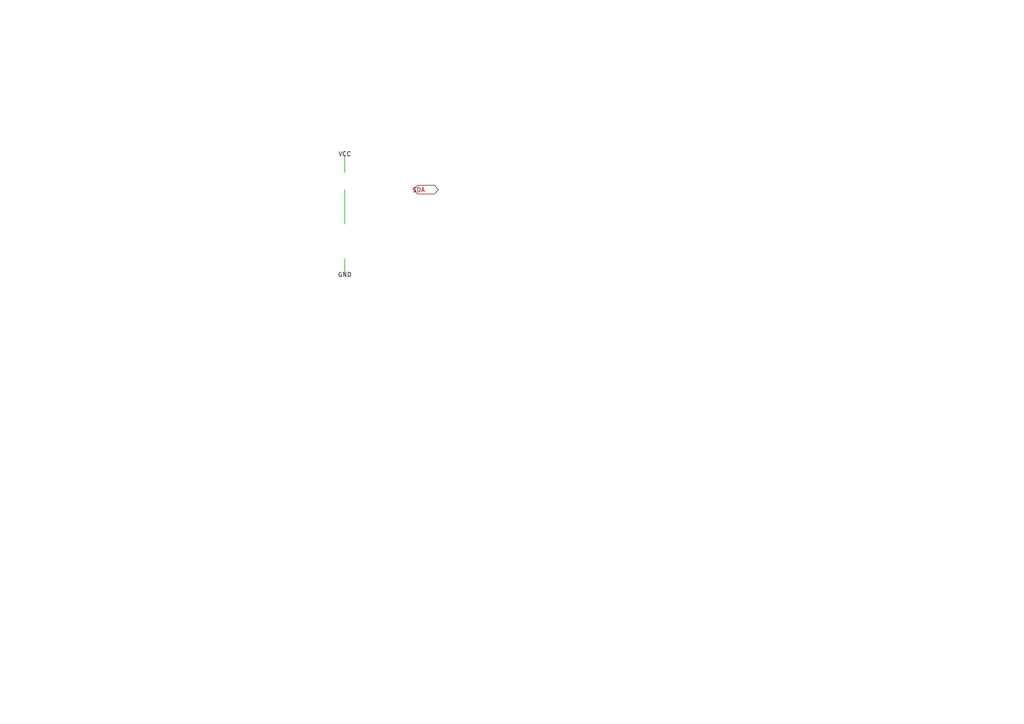
<source format=kicad_sch>
(kicad_sch (version 20230121) (generator "test")
  (paper "A4")
  (lib_symbols)
  (symbol (lib_id "Device:R") (at 100 50 0) (unit 1)
    (property "Reference" "R1" (at 100 48 0))
    (property "Value" "10k" (at 100 52 0))
  )
  (symbol (lib_id "Device:R") (at 100 70 0) (unit 1)
    (property "Reference" "R2" (at 100 68 0))
    (property "Value" "4.7k" (at 100 72 0))
  )
  (symbol (lib_id "MCU_Microchip_ATtiny:ATtiny85-20SU") (at 130 60 0) (unit 1)
    (property "Reference" "U1" (at 130 52 0))
    (property "Value" "ATtiny85" (at 130 68 0))
  )
  (wire (pts (xy 100 45) (xy 100 50)))
  (wire (pts (xy 100 55) (xy 100 65)))
  (wire (pts (xy 100 75) (xy 100 80)))
  (label "VCC" (at 100 45 0))
  (label "GND" (at 100 80 0))
  (global_label "SDA" (at 120 55 180))
)
</source>
